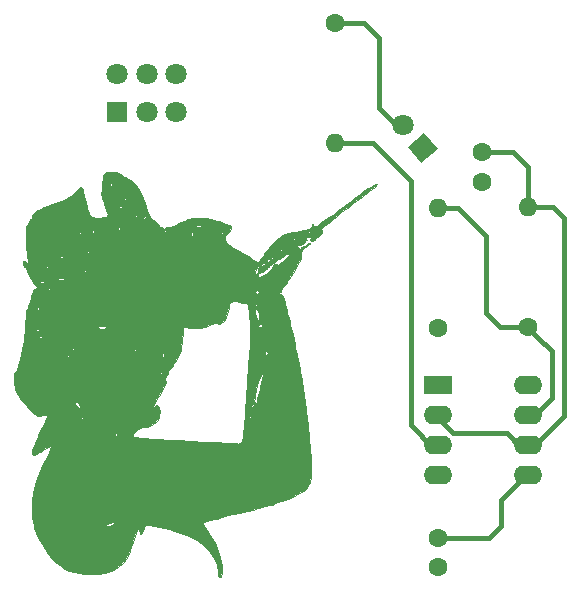
<source format=gbr>
G04 #@! TF.GenerationSoftware,KiCad,Pcbnew,(5.1.5)-3*
G04 #@! TF.CreationDate,2020-04-16T18:29:44-07:00*
G04 #@! TF.ProjectId,E_Grrrl,455f4772-7272-46c2-9e6b-696361645f70,Version A2*
G04 #@! TF.SameCoordinates,Original*
G04 #@! TF.FileFunction,Copper,L1,Top*
G04 #@! TF.FilePolarity,Positive*
%FSLAX46Y46*%
G04 Gerber Fmt 4.6, Leading zero omitted, Abs format (unit mm)*
G04 Created by KiCad (PCBNEW (5.1.5)-3) date 2020-04-16 18:29:44*
%MOMM*%
%LPD*%
G04 APERTURE LIST*
%ADD10C,0.010000*%
%ADD11C,1.600000*%
%ADD12C,0.100000*%
%ADD13C,1.800000*%
%ADD14R,2.400000X1.600000*%
%ADD15O,2.400000X1.600000*%
%ADD16O,1.600000X1.600000*%
%ADD17R,1.800000X1.800000*%
%ADD18C,0.381000*%
G04 APERTURE END LIST*
D10*
G36*
X117723203Y-80299032D02*
G01*
X118056421Y-80395346D01*
X118274384Y-80539766D01*
X118304707Y-80579717D01*
X118431336Y-80677852D01*
X118482252Y-80687333D01*
X118621039Y-80739041D01*
X118785307Y-80854909D01*
X118941077Y-80961233D01*
X119044480Y-80981722D01*
X119044545Y-80981682D01*
X119120213Y-81003371D01*
X119260346Y-81134612D01*
X119476271Y-81387129D01*
X119661040Y-81619811D01*
X119783149Y-81821337D01*
X119929494Y-82127926D01*
X120081715Y-82492063D01*
X120221451Y-82866234D01*
X120330339Y-83202924D01*
X120390018Y-83454620D01*
X120396000Y-83521688D01*
X120467183Y-83775946D01*
X120658714Y-84058058D01*
X120937562Y-84324115D01*
X121071526Y-84419703D01*
X121303138Y-84592201D01*
X121429116Y-84734270D01*
X121441350Y-84796970D01*
X121476056Y-84894513D01*
X121596027Y-84935096D01*
X121771437Y-85029068D01*
X121820055Y-85153500D01*
X121874719Y-85302403D01*
X121935759Y-85344000D01*
X121989069Y-85274103D01*
X121985422Y-85140063D01*
X121985073Y-84990157D01*
X122045618Y-84974185D01*
X122188345Y-84971191D01*
X122392226Y-84910547D01*
X122392233Y-84910544D01*
X122599355Y-84843491D01*
X122662425Y-84836000D01*
X124587000Y-84836000D01*
X124616975Y-84898782D01*
X124751337Y-84920667D01*
X124912827Y-84892294D01*
X124968000Y-84836000D01*
X124897311Y-84766528D01*
X124803664Y-84751333D01*
X124641582Y-84790211D01*
X124587000Y-84836000D01*
X122662425Y-84836000D01*
X122745500Y-84826133D01*
X122842784Y-84785727D01*
X122851334Y-84750724D01*
X122924681Y-84655441D01*
X123104383Y-84555224D01*
X123329930Y-84473951D01*
X123540814Y-84435499D01*
X123632885Y-84442311D01*
X123752220Y-84442480D01*
X123752873Y-84372480D01*
X123790941Y-84280509D01*
X123965155Y-84214318D01*
X124244453Y-84172959D01*
X124597772Y-84155481D01*
X124994047Y-84160937D01*
X125402215Y-84188377D01*
X125791214Y-84236852D01*
X126129979Y-84305413D01*
X126387447Y-84393111D01*
X126492000Y-84456163D01*
X126644331Y-84534317D01*
X126894633Y-84619831D01*
X127063500Y-84664342D01*
X127322384Y-84733543D01*
X127455286Y-84804797D01*
X127503117Y-84908805D01*
X127508000Y-84997937D01*
X127431694Y-85248073D01*
X127254000Y-85471000D01*
X127059068Y-85712446D01*
X127000519Y-85943122D01*
X127084401Y-86173008D01*
X127316761Y-86412081D01*
X127703647Y-86670322D01*
X128114163Y-86890264D01*
X128502890Y-87098716D01*
X128884717Y-87326855D01*
X129200871Y-87538640D01*
X129316386Y-87627495D01*
X129538103Y-87804088D01*
X129707589Y-87925664D01*
X129782052Y-87964002D01*
X129852256Y-87897880D01*
X129855159Y-87894367D01*
X130471334Y-87894367D01*
X130521129Y-87965680D01*
X130637207Y-87924559D01*
X130727032Y-87839620D01*
X130792307Y-87711738D01*
X130781778Y-87658222D01*
X130687524Y-87661684D01*
X130562746Y-87746905D01*
X130478285Y-87860002D01*
X130471334Y-87894367D01*
X129855159Y-87894367D01*
X129995731Y-87724302D01*
X130110239Y-87575007D01*
X130907560Y-87575007D01*
X130956942Y-87629785D01*
X130963220Y-87630000D01*
X131061052Y-87562160D01*
X131097333Y-87495925D01*
X131099629Y-87396670D01*
X131048183Y-87395383D01*
X130946641Y-87472940D01*
X130907560Y-87575007D01*
X130110239Y-87575007D01*
X130187772Y-87473921D01*
X130302000Y-87318905D01*
X130360055Y-87242317D01*
X131318000Y-87242317D01*
X131369794Y-87246713D01*
X131496263Y-87153061D01*
X131513957Y-87136758D01*
X131680231Y-87007262D01*
X131806794Y-86952673D01*
X131807633Y-86952667D01*
X131867874Y-86891325D01*
X131857005Y-86826674D01*
X131801053Y-86767314D01*
X131695130Y-86816884D01*
X131563329Y-86932233D01*
X131407111Y-87097774D01*
X131322793Y-87222353D01*
X131318000Y-87242317D01*
X130360055Y-87242317D01*
X130763730Y-86709779D01*
X131174003Y-86234819D01*
X131448462Y-85979000D01*
X132785556Y-85979000D01*
X132824377Y-86080365D01*
X132862461Y-86085068D01*
X132938371Y-85992237D01*
X132939367Y-85979000D01*
X132874800Y-85878086D01*
X132862461Y-85872931D01*
X132795715Y-85917166D01*
X132785556Y-85979000D01*
X131448462Y-85979000D01*
X131557795Y-85877093D01*
X131940085Y-85619666D01*
X132345851Y-85445606D01*
X132800070Y-85337978D01*
X132993972Y-85316304D01*
X134063941Y-85316304D01*
X134130323Y-85409141D01*
X134199006Y-85428667D01*
X134241385Y-85366442D01*
X134227471Y-85302153D01*
X134147124Y-85216611D01*
X134101747Y-85223336D01*
X134063941Y-85316304D01*
X132993972Y-85316304D01*
X133307667Y-85281240D01*
X133804643Y-85218098D01*
X134142409Y-85109001D01*
X134325256Y-84952052D01*
X134363340Y-84814833D01*
X134407933Y-84689139D01*
X134455664Y-84666666D01*
X134502136Y-84720279D01*
X134484108Y-84765721D01*
X134479960Y-84829809D01*
X134558308Y-84812811D01*
X134691405Y-84816817D01*
X134730946Y-84861923D01*
X134807254Y-84868763D01*
X134969609Y-84760683D01*
X135109416Y-84636129D01*
X135332728Y-84433865D01*
X135533210Y-84271636D01*
X135619966Y-84212796D01*
X135849354Y-84071040D01*
X136141501Y-83875385D01*
X136455633Y-83655027D01*
X136750972Y-83439160D01*
X136986743Y-83256981D01*
X137122169Y-83137683D01*
X137123337Y-83136401D01*
X137259635Y-83013200D01*
X137342456Y-82973333D01*
X137452654Y-82920860D01*
X137571236Y-82825166D01*
X137726590Y-82692461D01*
X137958408Y-82509212D01*
X138128447Y-82380667D01*
X138381080Y-82188310D01*
X138601966Y-82011334D01*
X138700420Y-81926625D01*
X138867216Y-81801046D01*
X139103139Y-81655249D01*
X139364223Y-81512214D01*
X139606500Y-81394925D01*
X139786001Y-81326363D01*
X139855662Y-81322773D01*
X139821586Y-81396476D01*
X139684147Y-81540178D01*
X139476622Y-81723860D01*
X139232286Y-81917499D01*
X139058482Y-82042000D01*
X138911123Y-82148409D01*
X138670595Y-82328556D01*
X138377262Y-82552050D01*
X138215073Y-82677000D01*
X137903011Y-82917423D01*
X137615778Y-83137034D01*
X137396994Y-83302551D01*
X137327299Y-83354333D01*
X136875316Y-83689754D01*
X136467841Y-83999991D01*
X136127533Y-84267215D01*
X135877046Y-84473598D01*
X135739039Y-84601312D01*
X135731467Y-84610072D01*
X135593230Y-84725103D01*
X135511755Y-84751333D01*
X135380645Y-84808965D01*
X135261374Y-84913623D01*
X135164060Y-85073299D01*
X135200742Y-85236744D01*
X135207860Y-85250352D01*
X135246980Y-85368228D01*
X135199814Y-85474466D01*
X135041234Y-85612158D01*
X134963455Y-85669464D01*
X134779783Y-85819279D01*
X134682400Y-85932646D01*
X134679291Y-85967735D01*
X134659411Y-86012796D01*
X134591778Y-86021333D01*
X134470413Y-86068032D01*
X134450667Y-86116367D01*
X134408998Y-86160504D01*
X134322623Y-86105133D01*
X134241874Y-85986847D01*
X134245563Y-85979000D01*
X134281334Y-85979000D01*
X134323667Y-86021333D01*
X134366000Y-85979000D01*
X134323667Y-85936667D01*
X134281334Y-85979000D01*
X134245563Y-85979000D01*
X134290656Y-85883100D01*
X134327261Y-85802642D01*
X134235785Y-85770760D01*
X134125024Y-85767333D01*
X133947134Y-85785176D01*
X133902605Y-85853918D01*
X133917379Y-85908222D01*
X133928473Y-86003781D01*
X133880284Y-85992772D01*
X133820245Y-86003086D01*
X133828697Y-86087754D01*
X133804157Y-86219128D01*
X133641263Y-86344798D01*
X133560986Y-86385607D01*
X133348362Y-86467338D01*
X133197576Y-86490283D01*
X133174852Y-86483406D01*
X133105888Y-86504299D01*
X133096000Y-86557611D01*
X133164664Y-86691211D01*
X133229925Y-86731941D01*
X133421691Y-86780929D01*
X133489410Y-86738826D01*
X133468423Y-86677500D01*
X133449337Y-86616444D01*
X133475036Y-86632665D01*
X133583469Y-86632140D01*
X133753859Y-86547465D01*
X133763776Y-86540714D01*
X134006392Y-86378759D01*
X134140649Y-86307020D01*
X134192780Y-86312956D01*
X134196515Y-86333836D01*
X134130728Y-86414074D01*
X133962353Y-86545242D01*
X133823903Y-86637635D01*
X133605871Y-86785393D01*
X133501910Y-86903766D01*
X133479136Y-87047491D01*
X133493286Y-87187968D01*
X133497402Y-87404618D01*
X133437450Y-87630921D01*
X133296752Y-87922299D01*
X133243518Y-88017974D01*
X132993186Y-88446899D01*
X132758888Y-88824176D01*
X132556654Y-89125962D01*
X132402510Y-89328411D01*
X132312483Y-89407679D01*
X132309193Y-89408000D01*
X132275185Y-89459953D01*
X132286696Y-89484624D01*
X132263163Y-89586461D01*
X132152390Y-89767461D01*
X132037667Y-89916000D01*
X131883172Y-90127528D01*
X131799870Y-90295732D01*
X131797530Y-90361764D01*
X131792039Y-90416958D01*
X131712889Y-90398712D01*
X131597820Y-90400092D01*
X131572000Y-90501916D01*
X131632572Y-90630392D01*
X131716923Y-90647426D01*
X131850770Y-90708915D01*
X131894997Y-90805000D01*
X131978980Y-91009446D01*
X132054702Y-91117165D01*
X132135853Y-91259921D01*
X132133081Y-91337944D01*
X132123029Y-91464759D01*
X132161866Y-91672542D01*
X132170593Y-91703112D01*
X132245496Y-92004071D01*
X132297129Y-92286667D01*
X132345515Y-92491363D01*
X132410775Y-92605941D01*
X132420656Y-92611222D01*
X132473653Y-92705611D01*
X132501899Y-92904603D01*
X132503334Y-92965544D01*
X132528200Y-93252647D01*
X132588711Y-93512426D01*
X132595168Y-93529988D01*
X132660953Y-93743079D01*
X132743555Y-94069806D01*
X132830970Y-94456942D01*
X132911197Y-94851261D01*
X132972232Y-95199536D01*
X132973481Y-95207667D01*
X133020354Y-95442472D01*
X133094421Y-95745209D01*
X133132568Y-95885000D01*
X133282417Y-96491367D01*
X133374028Y-97036814D01*
X133392670Y-97239667D01*
X133422742Y-97468480D01*
X133465619Y-97622993D01*
X133508009Y-97784336D01*
X133545586Y-98033997D01*
X133555281Y-98130993D01*
X133593536Y-98452542D01*
X133651806Y-98816033D01*
X133677040Y-98947730D01*
X133738742Y-99299018D01*
X133794378Y-99696375D01*
X133814750Y-99879064D01*
X133853466Y-100237047D01*
X133904193Y-100657576D01*
X133944512Y-100965000D01*
X134049821Y-101797853D01*
X134132135Y-102586761D01*
X134152983Y-102827667D01*
X134222533Y-103707515D01*
X134274735Y-104436669D01*
X134308799Y-105032957D01*
X134323938Y-105514207D01*
X134319364Y-105898246D01*
X134294289Y-106202903D01*
X134247924Y-106446004D01*
X134179480Y-106645379D01*
X134088171Y-106818854D01*
X133973207Y-106984257D01*
X133968958Y-106989840D01*
X133770443Y-107176046D01*
X133449228Y-107394718D01*
X133043468Y-107625410D01*
X132591318Y-107847677D01*
X132130931Y-108041073D01*
X131783667Y-108160857D01*
X131503829Y-108252985D01*
X131288177Y-108336958D01*
X131195234Y-108386611D01*
X131052911Y-108443203D01*
X130914501Y-108458000D01*
X130691303Y-108490188D01*
X130571323Y-108534466D01*
X130445783Y-108577212D01*
X130184054Y-108649379D01*
X129815222Y-108743531D01*
X129368372Y-108852228D01*
X128904723Y-108960667D01*
X128227724Y-109116450D01*
X127697084Y-109239742D01*
X127293983Y-109335340D01*
X126999601Y-109408037D01*
X126795118Y-109462629D01*
X126661717Y-109503910D01*
X126580576Y-109536675D01*
X126534334Y-109564605D01*
X126425881Y-109620591D01*
X126407334Y-109621826D01*
X126276943Y-109634293D01*
X126050660Y-109684533D01*
X125776683Y-109758370D01*
X125503209Y-109841630D01*
X125278436Y-109920137D01*
X125150562Y-109979714D01*
X125137334Y-109995345D01*
X125181640Y-110093597D01*
X125302139Y-110301278D01*
X125480199Y-110587522D01*
X125687667Y-110907078D01*
X125903069Y-111237620D01*
X126078938Y-111516843D01*
X126196741Y-111714670D01*
X126238000Y-111800225D01*
X126270196Y-111912119D01*
X126348805Y-112103979D01*
X126359747Y-112128204D01*
X126606758Y-112842789D01*
X126733074Y-113610964D01*
X126746000Y-113934367D01*
X126741808Y-114254289D01*
X126722766Y-114440442D01*
X126679177Y-114528312D01*
X126601343Y-114553384D01*
X126576667Y-114554000D01*
X126476926Y-114532665D01*
X126425809Y-114441434D01*
X126407641Y-114239468D01*
X126406059Y-114109500D01*
X126329608Y-113494636D01*
X126099950Y-112925395D01*
X125711107Y-112389713D01*
X125400899Y-112081185D01*
X125050669Y-111781647D01*
X124705709Y-111524466D01*
X124343158Y-111299927D01*
X123940150Y-111098315D01*
X123473824Y-110909918D01*
X122921315Y-110725021D01*
X122259761Y-110533909D01*
X121466297Y-110326868D01*
X120999098Y-110210942D01*
X120595439Y-110140555D01*
X120324987Y-110163371D01*
X120177767Y-110282191D01*
X120142000Y-110451850D01*
X120105150Y-110625834D01*
X120018301Y-110792117D01*
X119917010Y-110897530D01*
X119843975Y-110897530D01*
X119795384Y-110776327D01*
X119773552Y-110622556D01*
X119733597Y-110446683D01*
X119660971Y-110417688D01*
X119583877Y-110545702D01*
X119581332Y-110553500D01*
X119507509Y-110758997D01*
X119462586Y-110871000D01*
X119389234Y-111069189D01*
X119308202Y-111320139D01*
X119303266Y-111336667D01*
X119081887Y-112028375D01*
X118864831Y-112578063D01*
X118636044Y-113011812D01*
X118379472Y-113355704D01*
X118079061Y-113635820D01*
X117750407Y-113859476D01*
X117333478Y-114060986D01*
X116851951Y-114196786D01*
X116278416Y-114271264D01*
X115585459Y-114288810D01*
X115148867Y-114276021D01*
X114622667Y-114242522D01*
X114215222Y-114184995D01*
X113876174Y-114088027D01*
X113555166Y-113936208D01*
X113201839Y-113714126D01*
X113112729Y-113652892D01*
X112580242Y-113207133D01*
X112060871Y-112615225D01*
X111665507Y-112056333D01*
X111197279Y-111225675D01*
X110882831Y-110388534D01*
X110841487Y-110177320D01*
X116931320Y-110177320D01*
X116933524Y-110252782D01*
X117065351Y-110281080D01*
X117199834Y-110265754D01*
X117424227Y-110191697D01*
X117579305Y-110084365D01*
X117579959Y-110083551D01*
X117654088Y-109973722D01*
X117628727Y-109931089D01*
X117480962Y-109948972D01*
X117281768Y-109996622D01*
X117050235Y-110082623D01*
X116931320Y-110177320D01*
X110841487Y-110177320D01*
X110709912Y-109505144D01*
X110666071Y-108812090D01*
X110687982Y-108125133D01*
X110780987Y-107443135D01*
X110953051Y-106738271D01*
X111212141Y-105982718D01*
X111566223Y-105148650D01*
X111933294Y-104386108D01*
X112100615Y-104042243D01*
X112229795Y-103756477D01*
X112307115Y-103560609D01*
X112321012Y-103487456D01*
X112226673Y-103496082D01*
X112044218Y-103567195D01*
X111828703Y-103672860D01*
X111635180Y-103785143D01*
X111518703Y-103876107D01*
X111506000Y-103901007D01*
X111440714Y-103968284D01*
X111417905Y-103970667D01*
X111296568Y-104017319D01*
X111112312Y-104132030D01*
X111078657Y-104156352D01*
X110863242Y-104274369D01*
X110731994Y-104253544D01*
X110685469Y-104102285D01*
X110724221Y-103829000D01*
X110848805Y-103442097D01*
X111006690Y-103065145D01*
X111102697Y-102842705D01*
X111160117Y-102690041D01*
X111167333Y-102659020D01*
X111203032Y-102567209D01*
X111207097Y-102558382D01*
X117694233Y-102558382D01*
X117743111Y-102644222D01*
X117850347Y-102696314D01*
X117884004Y-102627557D01*
X119210983Y-102627557D01*
X119246986Y-102669237D01*
X119361357Y-102709357D01*
X119562888Y-102748587D01*
X119860370Y-102787597D01*
X120262595Y-102827057D01*
X120778354Y-102867638D01*
X121416440Y-102910009D01*
X122185643Y-102954840D01*
X123094756Y-103002803D01*
X124152569Y-103054566D01*
X125367875Y-103110799D01*
X125814667Y-103130884D01*
X126401368Y-103158274D01*
X126930201Y-103185222D01*
X127378255Y-103210377D01*
X127722622Y-103232387D01*
X127940391Y-103249902D01*
X128008945Y-103260331D01*
X128158934Y-103303059D01*
X128326636Y-103227840D01*
X128444874Y-103067094D01*
X128483242Y-102949241D01*
X128517681Y-102799051D01*
X128549854Y-102598955D01*
X128581425Y-102331386D01*
X128614057Y-101978774D01*
X128649413Y-101523551D01*
X128685069Y-101007333D01*
X129074334Y-101007333D01*
X129081046Y-101085352D01*
X129111670Y-101092000D01*
X129197888Y-101030539D01*
X129201334Y-101007333D01*
X129172447Y-100924868D01*
X129163997Y-100922667D01*
X129091711Y-100981995D01*
X129074334Y-101007333D01*
X128685069Y-101007333D01*
X128689158Y-100948149D01*
X128734954Y-100235000D01*
X128737680Y-100190892D01*
X129204026Y-100190892D01*
X129213264Y-100316878D01*
X129260210Y-100298198D01*
X129331026Y-100207984D01*
X129427487Y-100056027D01*
X129455334Y-99977808D01*
X129392629Y-99945163D01*
X129328334Y-99960715D01*
X129226866Y-100074862D01*
X129204026Y-100190892D01*
X128737680Y-100190892D01*
X128769033Y-99683621D01*
X129518481Y-99683621D01*
X129541978Y-99819866D01*
X129552331Y-99829995D01*
X129661200Y-99861193D01*
X129685939Y-99840453D01*
X129711284Y-99740382D01*
X129768101Y-99506559D01*
X129848914Y-99170026D01*
X129946249Y-98761823D01*
X129987062Y-98589950D01*
X130096164Y-98121674D01*
X130166277Y-97793120D01*
X130200302Y-97579945D01*
X130201142Y-97457800D01*
X130171697Y-97402341D01*
X130130115Y-97389754D01*
X130054255Y-97462693D01*
X129961439Y-97667611D01*
X129860060Y-97969060D01*
X129758512Y-98331593D01*
X129665187Y-98719763D01*
X129588478Y-99098122D01*
X129536778Y-99431224D01*
X129518481Y-99683621D01*
X128769033Y-99683621D01*
X128776180Y-99568000D01*
X128812071Y-99014275D01*
X128851964Y-98453910D01*
X128892119Y-97936016D01*
X128928801Y-97509702D01*
X128946950Y-97324333D01*
X129010515Y-96655821D01*
X129073120Y-95878390D01*
X129093123Y-95588667D01*
X130386667Y-95588667D01*
X130439606Y-95726571D01*
X130513667Y-95758000D01*
X130617095Y-95687414D01*
X130640667Y-95588667D01*
X130587727Y-95450762D01*
X130513667Y-95419333D01*
X130410239Y-95489919D01*
X130386667Y-95588667D01*
X129093123Y-95588667D01*
X129130148Y-95052417D01*
X129163711Y-94488000D01*
X129168173Y-94210754D01*
X129159027Y-93840458D01*
X129138833Y-93410923D01*
X129132716Y-93313892D01*
X129857070Y-93313892D01*
X129940900Y-93409713D01*
X130058175Y-93394729D01*
X130130479Y-93285257D01*
X130132667Y-93256537D01*
X130063572Y-93168498D01*
X129975727Y-93155679D01*
X129857888Y-93217915D01*
X129857070Y-93313892D01*
X129132716Y-93313892D01*
X129110149Y-92955960D01*
X129075538Y-92509377D01*
X129037558Y-92104986D01*
X129017402Y-91934332D01*
X129553279Y-91934332D01*
X129553896Y-92041957D01*
X129590688Y-92255212D01*
X129635023Y-92477581D01*
X129704764Y-92758460D01*
X129775952Y-92892115D01*
X129848684Y-92905212D01*
X129925669Y-92812039D01*
X129925402Y-92601726D01*
X129918116Y-92552010D01*
X129861219Y-92219500D01*
X129813472Y-92021237D01*
X129762171Y-91923552D01*
X129694612Y-91892775D01*
X129668929Y-91891555D01*
X129590927Y-91896232D01*
X129553279Y-91934332D01*
X129017402Y-91934332D01*
X128998770Y-91776597D01*
X128971513Y-91615734D01*
X129540000Y-91615734D01*
X129602423Y-91654528D01*
X129667000Y-91639951D01*
X129779003Y-91558306D01*
X129794000Y-91518265D01*
X129731577Y-91479471D01*
X129667000Y-91494049D01*
X129554998Y-91575693D01*
X129540000Y-91615734D01*
X128971513Y-91615734D01*
X128961733Y-91558020D01*
X128936424Y-91486247D01*
X128797978Y-91408882D01*
X128549348Y-91325798D01*
X128248420Y-91251918D01*
X127953082Y-91202161D01*
X127786146Y-91189736D01*
X127540409Y-91242743D01*
X127394658Y-91418227D01*
X127339661Y-91728577D01*
X127338667Y-91790412D01*
X127302837Y-92016671D01*
X127210033Y-92318189D01*
X127111026Y-92560375D01*
X126921894Y-92898113D01*
X126726947Y-93082836D01*
X126503968Y-93130065D01*
X126342422Y-93097270D01*
X126177123Y-93103024D01*
X125916640Y-93174226D01*
X125684674Y-93265248D01*
X125432858Y-93368157D01*
X125209537Y-93430951D01*
X124961108Y-93461437D01*
X124633965Y-93467420D01*
X124337530Y-93461432D01*
X123486334Y-93438285D01*
X123431208Y-94026642D01*
X123394241Y-94401560D01*
X123354295Y-94776923D01*
X123326082Y-95020916D01*
X123258881Y-95331338D01*
X123139525Y-95684124D01*
X122991185Y-96024920D01*
X122837036Y-96299379D01*
X122722285Y-96437033D01*
X122615658Y-96569954D01*
X122595871Y-96636200D01*
X122538229Y-96754956D01*
X122399826Y-96915976D01*
X122384204Y-96931053D01*
X122239354Y-97111217D01*
X122174274Y-97276681D01*
X122174000Y-97284839D01*
X122116807Y-97470931D01*
X122047243Y-97565995D01*
X121965786Y-97726270D01*
X121972235Y-97827604D01*
X121988855Y-98078109D01*
X121895875Y-98418051D01*
X121704869Y-98818584D01*
X121427409Y-99250864D01*
X121369948Y-99328797D01*
X121162842Y-99621056D01*
X121003039Y-99878844D01*
X120914357Y-100062230D01*
X120904000Y-100109875D01*
X120913582Y-100218580D01*
X120971003Y-100206682D01*
X121071745Y-100119770D01*
X121217143Y-100021098D01*
X121334668Y-100049100D01*
X121368079Y-100074682D01*
X121458469Y-100242391D01*
X121493652Y-100510973D01*
X121471256Y-100820420D01*
X121407234Y-101065321D01*
X121225005Y-101372140D01*
X120950751Y-101632361D01*
X120636722Y-101805465D01*
X120390223Y-101854000D01*
X120009329Y-101907249D01*
X119663932Y-102049525D01*
X119412048Y-102254624D01*
X119368829Y-102315343D01*
X119263980Y-102500879D01*
X119212154Y-102619241D01*
X119210983Y-102627557D01*
X117884004Y-102627557D01*
X117901375Y-102592073D01*
X117904381Y-102531333D01*
X117858958Y-102393936D01*
X117795524Y-102362000D01*
X117703438Y-102425437D01*
X117694233Y-102558382D01*
X111207097Y-102558382D01*
X111299873Y-102356959D01*
X111442475Y-102060889D01*
X111591730Y-101759010D01*
X111757804Y-101412984D01*
X111884982Y-101121190D01*
X111912015Y-101047157D01*
X114843553Y-101047157D01*
X114850334Y-101092000D01*
X114922754Y-101172682D01*
X114935000Y-101176667D01*
X115002314Y-101117615D01*
X115019667Y-101092000D01*
X114999561Y-101020271D01*
X114935000Y-101007333D01*
X114843553Y-101047157D01*
X111912015Y-101047157D01*
X111959529Y-100917041D01*
X111970881Y-100836728D01*
X111872411Y-100819516D01*
X111682971Y-100866873D01*
X111619126Y-100891587D01*
X111369369Y-100964128D01*
X111150810Y-100977172D01*
X111122351Y-100971900D01*
X110985177Y-100889543D01*
X110775101Y-100708251D01*
X110527075Y-100459630D01*
X110393542Y-100312909D01*
X110142703Y-100029847D01*
X109919946Y-99781409D01*
X109852546Y-99707564D01*
X114279671Y-99707564D01*
X114284881Y-99788769D01*
X114365168Y-99938749D01*
X114481672Y-100101012D01*
X114595534Y-100219065D01*
X114649592Y-100245333D01*
X114747169Y-100184088D01*
X114771464Y-100151287D01*
X114748414Y-100049831D01*
X114632821Y-99909694D01*
X114477704Y-99778711D01*
X114336081Y-99704721D01*
X114279671Y-99707564D01*
X109852546Y-99707564D01*
X109758638Y-99604678D01*
X109711336Y-99554672D01*
X109463193Y-99193672D01*
X109270054Y-98674210D01*
X109226654Y-98504078D01*
X109180936Y-98236219D01*
X109154712Y-97934618D01*
X109148437Y-97645675D01*
X109162567Y-97415795D01*
X109188290Y-97324333D01*
X121496667Y-97324333D01*
X121563079Y-97436613D01*
X121621010Y-97451333D01*
X121706426Y-97395236D01*
X121696618Y-97324333D01*
X121613512Y-97212295D01*
X121572275Y-97197333D01*
X121505156Y-97266043D01*
X121496667Y-97324333D01*
X109188290Y-97324333D01*
X109197558Y-97291380D01*
X109214654Y-97281339D01*
X109285186Y-97204734D01*
X109380864Y-97002809D01*
X109488471Y-96715173D01*
X109594788Y-96381437D01*
X109641169Y-96209555D01*
X118338797Y-96209555D01*
X118359140Y-96308968D01*
X118406334Y-96322444D01*
X118481099Y-96262880D01*
X118473870Y-96209555D01*
X118420661Y-96107319D01*
X118406334Y-96096667D01*
X118359399Y-96161823D01*
X118338797Y-96209555D01*
X109641169Y-96209555D01*
X109686596Y-96041210D01*
X109723414Y-95864761D01*
X113648076Y-95864761D01*
X113663709Y-95925244D01*
X113755277Y-95969891D01*
X113845207Y-95906668D01*
X113869831Y-95785265D01*
X113865025Y-95768121D01*
X113811717Y-95740382D01*
X121592933Y-95740382D01*
X121649830Y-95756703D01*
X121719976Y-95805116D01*
X121708334Y-95842667D01*
X121709396Y-95920931D01*
X121735795Y-95927333D01*
X121818935Y-95856806D01*
X121859866Y-95758000D01*
X121870850Y-95616958D01*
X121786039Y-95607213D01*
X121666000Y-95673333D01*
X121592933Y-95740382D01*
X113811717Y-95740382D01*
X113781422Y-95724618D01*
X113717653Y-95751247D01*
X113648076Y-95864761D01*
X109723414Y-95864761D01*
X109750678Y-95734103D01*
X109765401Y-95631000D01*
X109795227Y-95450485D01*
X109835327Y-95250000D01*
X114046000Y-95250000D01*
X114110429Y-95332206D01*
X114130667Y-95334667D01*
X119295334Y-95334667D01*
X119359763Y-95416873D01*
X119380000Y-95419333D01*
X119462207Y-95354904D01*
X119464667Y-95334667D01*
X119400238Y-95252460D01*
X119380000Y-95250000D01*
X119297794Y-95314429D01*
X119295334Y-95334667D01*
X114130667Y-95334667D01*
X114212873Y-95270237D01*
X114215334Y-95250000D01*
X114150904Y-95167793D01*
X114130667Y-95165333D01*
X114048460Y-95229762D01*
X114046000Y-95250000D01*
X109835327Y-95250000D01*
X109848627Y-95183510D01*
X109880263Y-95038333D01*
X109966508Y-94624397D01*
X110019929Y-94290461D01*
X111184866Y-94290461D01*
X111273167Y-94342519D01*
X111429455Y-94347359D01*
X111505514Y-94257448D01*
X111506000Y-94247146D01*
X111434902Y-94197108D01*
X111336667Y-94185619D01*
X111191870Y-94218689D01*
X111184866Y-94290461D01*
X110019929Y-94290461D01*
X110026941Y-94246630D01*
X110068130Y-93847691D01*
X110078399Y-93675740D01*
X110998000Y-93675740D01*
X111060260Y-93758980D01*
X111166381Y-93750781D01*
X111282053Y-93685939D01*
X111288384Y-93631707D01*
X111175858Y-93560124D01*
X111049927Y-93583807D01*
X110998000Y-93675740D01*
X110078399Y-93675740D01*
X110092809Y-93434455D01*
X116254853Y-93434455D01*
X116281228Y-93504960D01*
X116443953Y-93549312D01*
X116586000Y-93556667D01*
X116821485Y-93535695D01*
X116918520Y-93466178D01*
X116924667Y-93429667D01*
X116853137Y-93336428D01*
X116675910Y-93301127D01*
X116449029Y-93331560D01*
X116381258Y-93354058D01*
X116254853Y-93434455D01*
X110092809Y-93434455D01*
X110096645Y-93370239D01*
X110110044Y-93032513D01*
X110139819Y-92519711D01*
X110190169Y-92149265D01*
X110265014Y-91895017D01*
X110287682Y-91847179D01*
X110302574Y-91811479D01*
X111106628Y-91811479D01*
X111125000Y-91863333D01*
X111222437Y-91945734D01*
X111289088Y-91875144D01*
X111300381Y-91778667D01*
X111274548Y-91640953D01*
X111238854Y-91609333D01*
X111137057Y-91676396D01*
X111106628Y-91811479D01*
X110302574Y-91811479D01*
X110376769Y-91633620D01*
X110484168Y-91314555D01*
X110590271Y-90949511D01*
X110617034Y-90847333D01*
X110715283Y-90489302D01*
X110734623Y-90436755D01*
X129540000Y-90436755D01*
X129604528Y-90554615D01*
X129709334Y-90570054D01*
X129850736Y-90497656D01*
X129878667Y-90411244D01*
X129814139Y-90293385D01*
X129709334Y-90277946D01*
X129567931Y-90350343D01*
X129540000Y-90436755D01*
X110734623Y-90436755D01*
X110795333Y-90271806D01*
X110869356Y-90168790D01*
X110941586Y-90152545D01*
X111034275Y-90122670D01*
X112014000Y-90122670D01*
X112058205Y-90238512D01*
X112098667Y-90254667D01*
X112180910Y-90193899D01*
X112183334Y-90174997D01*
X112121789Y-90060329D01*
X112098667Y-90043000D01*
X112026184Y-90062194D01*
X112014000Y-90122670D01*
X111034275Y-90122670D01*
X111062230Y-90113660D01*
X111082667Y-90046711D01*
X111036712Y-89943675D01*
X110992554Y-89937167D01*
X110912290Y-89878242D01*
X110808556Y-89704529D01*
X110752814Y-89577333D01*
X111336667Y-89577333D01*
X111409273Y-89640439D01*
X111553330Y-89662000D01*
X111697381Y-89635124D01*
X111717667Y-89577333D01*
X111598247Y-89506208D01*
X111501003Y-89492667D01*
X111366159Y-89529086D01*
X111336667Y-89577333D01*
X110752814Y-89577333D01*
X110634690Y-89323333D01*
X112903000Y-89323333D01*
X112936085Y-89383296D01*
X113100810Y-89407959D01*
X113109670Y-89408000D01*
X113290160Y-89383912D01*
X113368565Y-89325717D01*
X113368667Y-89323333D01*
X113296366Y-89259134D01*
X113161997Y-89238667D01*
X112982724Y-89269884D01*
X112903000Y-89323333D01*
X110634690Y-89323333D01*
X110628200Y-89309379D01*
X110533012Y-89134669D01*
X129825684Y-89134669D01*
X129940651Y-89145221D01*
X130158415Y-89055813D01*
X130465215Y-88870526D01*
X130567137Y-88800661D01*
X130827539Y-88599671D01*
X130989067Y-88436262D01*
X131028641Y-88337311D01*
X131050596Y-88215598D01*
X131161398Y-88101000D01*
X131300393Y-88035622D01*
X131406930Y-88061568D01*
X131413190Y-88070360D01*
X131499972Y-88121344D01*
X131629047Y-88052457D01*
X131826603Y-87890050D01*
X132042342Y-87693687D01*
X132238123Y-87500726D01*
X132375806Y-87348528D01*
X132418667Y-87279012D01*
X132355254Y-87239475D01*
X132213092Y-87259041D01*
X132064295Y-87319909D01*
X131989855Y-87384864D01*
X131879961Y-87439478D01*
X131835466Y-87424183D01*
X131754825Y-87436228D01*
X131741334Y-87498003D01*
X131700467Y-87613895D01*
X131663163Y-87630000D01*
X131552859Y-87680197D01*
X131378851Y-87804378D01*
X131336246Y-87839306D01*
X131165028Y-87960325D01*
X131048573Y-88001031D01*
X131033417Y-87994528D01*
X130983596Y-88005154D01*
X130979334Y-88039222D01*
X130910638Y-88125820D01*
X130847337Y-88138000D01*
X130759702Y-88179046D01*
X130767667Y-88222667D01*
X130747561Y-88294396D01*
X130683000Y-88307333D01*
X130591553Y-88347157D01*
X130598334Y-88392000D01*
X130579140Y-88464483D01*
X130518664Y-88476667D01*
X130364437Y-88532881D01*
X130217334Y-88646000D01*
X130065701Y-88770308D01*
X129963334Y-88815333D01*
X129880862Y-88842740D01*
X129878667Y-88850742D01*
X129852328Y-88950266D01*
X129827275Y-89020075D01*
X129825684Y-89134669D01*
X110533012Y-89134669D01*
X110446357Y-88975623D01*
X110368867Y-88848545D01*
X129547887Y-88848545D01*
X129648557Y-88889313D01*
X129686536Y-88884196D01*
X129807464Y-88783355D01*
X129834702Y-88645154D01*
X129909814Y-88434313D01*
X130026834Y-88350756D01*
X130172617Y-88261879D01*
X130217334Y-88197593D01*
X130270396Y-88165858D01*
X130302000Y-88180333D01*
X130374483Y-88161139D01*
X130386667Y-88100663D01*
X130358766Y-87991182D01*
X130264829Y-87994814D01*
X130089503Y-88117633D01*
X129889131Y-88297478D01*
X129676439Y-88528695D01*
X129559936Y-88720362D01*
X129547887Y-88848545D01*
X110368867Y-88848545D01*
X110250260Y-88654040D01*
X110220721Y-88604153D01*
X115115863Y-88604153D01*
X115119968Y-88712886D01*
X115202982Y-88719105D01*
X115270051Y-88651850D01*
X115262200Y-88542955D01*
X115241586Y-88525336D01*
X115150759Y-88547103D01*
X115115863Y-88604153D01*
X110220721Y-88604153D01*
X110050059Y-88315933D01*
X111862406Y-88315933D01*
X111889643Y-88451848D01*
X111945073Y-88557907D01*
X111978169Y-88505680D01*
X111992254Y-88448873D01*
X112000049Y-88294982D01*
X111979151Y-88244262D01*
X111898493Y-88224082D01*
X111862406Y-88315933D01*
X110050059Y-88315933D01*
X110031138Y-88283980D01*
X109916874Y-88011837D01*
X109910355Y-87847335D01*
X109996500Y-87799333D01*
X110131541Y-87851705D01*
X110250500Y-87939455D01*
X110347409Y-88016103D01*
X110391733Y-88007545D01*
X110384861Y-87891771D01*
X110328182Y-87646773D01*
X110280468Y-87464685D01*
X110279729Y-87460667D01*
X113030000Y-87460667D01*
X113092680Y-87535731D01*
X113243444Y-87521696D01*
X113368667Y-87460667D01*
X113425939Y-87401985D01*
X113336922Y-87379177D01*
X113262834Y-87377296D01*
X113093891Y-87402910D01*
X113030000Y-87460667D01*
X110279729Y-87460667D01*
X110222417Y-87149153D01*
X110217929Y-87104021D01*
X115368289Y-87104021D01*
X115403324Y-87122000D01*
X115476095Y-87053383D01*
X115485334Y-86995000D01*
X115467219Y-86882037D01*
X115452059Y-86868000D01*
X115397465Y-86934205D01*
X115370049Y-86995000D01*
X115368289Y-87104021D01*
X110217929Y-87104021D01*
X110180298Y-86725601D01*
X110159610Y-86255022D01*
X110158406Y-86110018D01*
X110160334Y-85612095D01*
X110161019Y-85577758D01*
X117300055Y-85577758D01*
X117383278Y-85591316D01*
X117493092Y-85575749D01*
X117494403Y-85546847D01*
X117381086Y-85526636D01*
X117332125Y-85540163D01*
X117300055Y-85577758D01*
X110161019Y-85577758D01*
X110163758Y-85440704D01*
X114690103Y-85440704D01*
X114690202Y-85528223D01*
X114767996Y-85556168D01*
X114813980Y-85503658D01*
X114824464Y-85476084D01*
X124145501Y-85476084D01*
X124160670Y-85588559D01*
X124218673Y-85736149D01*
X124259729Y-85733754D01*
X124293778Y-85573296D01*
X124306887Y-85469707D01*
X124311628Y-85406061D01*
X126702073Y-85406061D01*
X126715382Y-85471000D01*
X126775478Y-85582401D01*
X126797392Y-85598000D01*
X126826989Y-85528863D01*
X126830667Y-85471000D01*
X126786358Y-85358307D01*
X126748657Y-85344000D01*
X126702073Y-85406061D01*
X124311628Y-85406061D01*
X124320834Y-85282484D01*
X124292407Y-85236020D01*
X124222781Y-85290933D01*
X124145501Y-85476084D01*
X114824464Y-85476084D01*
X114858259Y-85387205D01*
X114851363Y-85359140D01*
X114764388Y-85356595D01*
X114690103Y-85440704D01*
X110163758Y-85440704D01*
X110166537Y-85301667D01*
X115739334Y-85301667D01*
X115785051Y-85414338D01*
X115824000Y-85428667D01*
X115899115Y-85360090D01*
X115908667Y-85301667D01*
X115862949Y-85188995D01*
X115824000Y-85174667D01*
X115748886Y-85243243D01*
X115739334Y-85301667D01*
X110166537Y-85301667D01*
X110167475Y-85254750D01*
X110177837Y-85094997D01*
X117940667Y-85094997D01*
X117973260Y-85212067D01*
X118025334Y-85217000D01*
X118103238Y-85094498D01*
X118110000Y-85042670D01*
X118062661Y-84933243D01*
X118025334Y-84920667D01*
X117957208Y-84991792D01*
X117940667Y-85094997D01*
X110177837Y-85094997D01*
X110183400Y-85009238D01*
X110211678Y-84846813D01*
X110255881Y-84738727D01*
X110319580Y-84656236D01*
X110341833Y-84633372D01*
X110454631Y-84476167D01*
X117263334Y-84476167D01*
X117335904Y-84523931D01*
X117475000Y-84539667D01*
X117634215Y-84517895D01*
X117686667Y-84476167D01*
X117614096Y-84428402D01*
X117475000Y-84412667D01*
X117315785Y-84434438D01*
X117263334Y-84476167D01*
X110454631Y-84476167D01*
X110457473Y-84472207D01*
X110490000Y-84364286D01*
X110527137Y-84279619D01*
X119972667Y-84279619D01*
X120024440Y-84329042D01*
X120140383Y-84280966D01*
X120228365Y-84198954D01*
X120297299Y-84061745D01*
X120247143Y-84013483D01*
X120118272Y-84086149D01*
X120103699Y-84100206D01*
X119998780Y-84224609D01*
X119972667Y-84279619D01*
X110527137Y-84279619D01*
X110537695Y-84255551D01*
X110574667Y-84243333D01*
X110646335Y-84173405D01*
X110659334Y-84094301D01*
X110710341Y-83940878D01*
X110834032Y-83763274D01*
X110986406Y-83609324D01*
X111123466Y-83526861D01*
X111178090Y-83530315D01*
X111290353Y-83516052D01*
X111363467Y-83448346D01*
X111481025Y-83369573D01*
X111723976Y-83258014D01*
X112055433Y-83129252D01*
X112392607Y-83013577D01*
X112976681Y-82812191D01*
X113433722Y-82620747D01*
X113803105Y-82417849D01*
X114124205Y-82182101D01*
X114412791Y-81915841D01*
X114615688Y-81718719D01*
X114768667Y-81580812D01*
X114834591Y-81534000D01*
X114871406Y-81553462D01*
X114912540Y-81624724D01*
X114963564Y-81767097D01*
X115030049Y-81999893D01*
X115117566Y-82342424D01*
X115231686Y-82814002D01*
X115357546Y-83346832D01*
X115470069Y-83726471D01*
X115616334Y-83977843D01*
X115825875Y-84117890D01*
X116128227Y-84163554D01*
X116552926Y-84131776D01*
X116691834Y-84112201D01*
X116948053Y-84054717D01*
X116993980Y-84019590D01*
X119411887Y-84019590D01*
X119475999Y-84138923D01*
X119542589Y-84158667D01*
X119578666Y-84087812D01*
X119568036Y-83936437D01*
X119528662Y-83792758D01*
X119480630Y-83800889D01*
X119448195Y-83852440D01*
X119411887Y-84019590D01*
X116993980Y-84019590D01*
X117072750Y-83959344D01*
X117076208Y-83795516D01*
X117066023Y-83770611D01*
X117608684Y-83770611D01*
X117624251Y-83880425D01*
X117653153Y-83881736D01*
X117673364Y-83768419D01*
X117659837Y-83719458D01*
X117622242Y-83687388D01*
X117608684Y-83770611D01*
X117066023Y-83770611D01*
X116968707Y-83532670D01*
X116919378Y-83435735D01*
X116831935Y-83227333D01*
X118025334Y-83227333D01*
X118096246Y-83296123D01*
X118194667Y-83312000D01*
X118332247Y-83276544D01*
X118364000Y-83227333D01*
X118293088Y-83158543D01*
X118194667Y-83142667D01*
X118057086Y-83178123D01*
X118025334Y-83227333D01*
X116831935Y-83227333D01*
X116829679Y-83221958D01*
X116739606Y-82940252D01*
X116658698Y-82632595D01*
X116631516Y-82505157D01*
X118484219Y-82505157D01*
X118491000Y-82550000D01*
X118563420Y-82630682D01*
X118575667Y-82634667D01*
X118642981Y-82575615D01*
X118660334Y-82550000D01*
X118640228Y-82478271D01*
X118575667Y-82465333D01*
X118484219Y-82505157D01*
X116631516Y-82505157D01*
X116596494Y-82340963D01*
X116562534Y-82107333D01*
X116566356Y-81973682D01*
X116583408Y-81957333D01*
X116611644Y-81881710D01*
X116615657Y-81688239D01*
X116605175Y-81534437D01*
X116601872Y-81322333D01*
X117263334Y-81322333D01*
X117309051Y-81435005D01*
X117348000Y-81449333D01*
X117423115Y-81380757D01*
X117432667Y-81322333D01*
X117415490Y-81280000D01*
X118321667Y-81280000D01*
X118340861Y-81352483D01*
X118401337Y-81364667D01*
X118517179Y-81320462D01*
X118533334Y-81280000D01*
X118472566Y-81197757D01*
X118453664Y-81195333D01*
X118338996Y-81256877D01*
X118321667Y-81280000D01*
X117415490Y-81280000D01*
X117386949Y-81209661D01*
X117348000Y-81195333D01*
X117272886Y-81263910D01*
X117263334Y-81322333D01*
X116601872Y-81322333D01*
X116600203Y-81215203D01*
X116651977Y-81009885D01*
X116667226Y-80987813D01*
X116726103Y-80839938D01*
X116710303Y-80767635D01*
X116702241Y-80628286D01*
X116759654Y-80467593D01*
X116848841Y-80345757D01*
X116982234Y-80284734D01*
X117213537Y-80264872D01*
X117315990Y-80264000D01*
X117723203Y-80299032D01*
G37*
X117723203Y-80299032D02*
X118056421Y-80395346D01*
X118274384Y-80539766D01*
X118304707Y-80579717D01*
X118431336Y-80677852D01*
X118482252Y-80687333D01*
X118621039Y-80739041D01*
X118785307Y-80854909D01*
X118941077Y-80961233D01*
X119044480Y-80981722D01*
X119044545Y-80981682D01*
X119120213Y-81003371D01*
X119260346Y-81134612D01*
X119476271Y-81387129D01*
X119661040Y-81619811D01*
X119783149Y-81821337D01*
X119929494Y-82127926D01*
X120081715Y-82492063D01*
X120221451Y-82866234D01*
X120330339Y-83202924D01*
X120390018Y-83454620D01*
X120396000Y-83521688D01*
X120467183Y-83775946D01*
X120658714Y-84058058D01*
X120937562Y-84324115D01*
X121071526Y-84419703D01*
X121303138Y-84592201D01*
X121429116Y-84734270D01*
X121441350Y-84796970D01*
X121476056Y-84894513D01*
X121596027Y-84935096D01*
X121771437Y-85029068D01*
X121820055Y-85153500D01*
X121874719Y-85302403D01*
X121935759Y-85344000D01*
X121989069Y-85274103D01*
X121985422Y-85140063D01*
X121985073Y-84990157D01*
X122045618Y-84974185D01*
X122188345Y-84971191D01*
X122392226Y-84910547D01*
X122392233Y-84910544D01*
X122599355Y-84843491D01*
X122662425Y-84836000D01*
X124587000Y-84836000D01*
X124616975Y-84898782D01*
X124751337Y-84920667D01*
X124912827Y-84892294D01*
X124968000Y-84836000D01*
X124897311Y-84766528D01*
X124803664Y-84751333D01*
X124641582Y-84790211D01*
X124587000Y-84836000D01*
X122662425Y-84836000D01*
X122745500Y-84826133D01*
X122842784Y-84785727D01*
X122851334Y-84750724D01*
X122924681Y-84655441D01*
X123104383Y-84555224D01*
X123329930Y-84473951D01*
X123540814Y-84435499D01*
X123632885Y-84442311D01*
X123752220Y-84442480D01*
X123752873Y-84372480D01*
X123790941Y-84280509D01*
X123965155Y-84214318D01*
X124244453Y-84172959D01*
X124597772Y-84155481D01*
X124994047Y-84160937D01*
X125402215Y-84188377D01*
X125791214Y-84236852D01*
X126129979Y-84305413D01*
X126387447Y-84393111D01*
X126492000Y-84456163D01*
X126644331Y-84534317D01*
X126894633Y-84619831D01*
X127063500Y-84664342D01*
X127322384Y-84733543D01*
X127455286Y-84804797D01*
X127503117Y-84908805D01*
X127508000Y-84997937D01*
X127431694Y-85248073D01*
X127254000Y-85471000D01*
X127059068Y-85712446D01*
X127000519Y-85943122D01*
X127084401Y-86173008D01*
X127316761Y-86412081D01*
X127703647Y-86670322D01*
X128114163Y-86890264D01*
X128502890Y-87098716D01*
X128884717Y-87326855D01*
X129200871Y-87538640D01*
X129316386Y-87627495D01*
X129538103Y-87804088D01*
X129707589Y-87925664D01*
X129782052Y-87964002D01*
X129852256Y-87897880D01*
X129855159Y-87894367D01*
X130471334Y-87894367D01*
X130521129Y-87965680D01*
X130637207Y-87924559D01*
X130727032Y-87839620D01*
X130792307Y-87711738D01*
X130781778Y-87658222D01*
X130687524Y-87661684D01*
X130562746Y-87746905D01*
X130478285Y-87860002D01*
X130471334Y-87894367D01*
X129855159Y-87894367D01*
X129995731Y-87724302D01*
X130110239Y-87575007D01*
X130907560Y-87575007D01*
X130956942Y-87629785D01*
X130963220Y-87630000D01*
X131061052Y-87562160D01*
X131097333Y-87495925D01*
X131099629Y-87396670D01*
X131048183Y-87395383D01*
X130946641Y-87472940D01*
X130907560Y-87575007D01*
X130110239Y-87575007D01*
X130187772Y-87473921D01*
X130302000Y-87318905D01*
X130360055Y-87242317D01*
X131318000Y-87242317D01*
X131369794Y-87246713D01*
X131496263Y-87153061D01*
X131513957Y-87136758D01*
X131680231Y-87007262D01*
X131806794Y-86952673D01*
X131807633Y-86952667D01*
X131867874Y-86891325D01*
X131857005Y-86826674D01*
X131801053Y-86767314D01*
X131695130Y-86816884D01*
X131563329Y-86932233D01*
X131407111Y-87097774D01*
X131322793Y-87222353D01*
X131318000Y-87242317D01*
X130360055Y-87242317D01*
X130763730Y-86709779D01*
X131174003Y-86234819D01*
X131448462Y-85979000D01*
X132785556Y-85979000D01*
X132824377Y-86080365D01*
X132862461Y-86085068D01*
X132938371Y-85992237D01*
X132939367Y-85979000D01*
X132874800Y-85878086D01*
X132862461Y-85872931D01*
X132795715Y-85917166D01*
X132785556Y-85979000D01*
X131448462Y-85979000D01*
X131557795Y-85877093D01*
X131940085Y-85619666D01*
X132345851Y-85445606D01*
X132800070Y-85337978D01*
X132993972Y-85316304D01*
X134063941Y-85316304D01*
X134130323Y-85409141D01*
X134199006Y-85428667D01*
X134241385Y-85366442D01*
X134227471Y-85302153D01*
X134147124Y-85216611D01*
X134101747Y-85223336D01*
X134063941Y-85316304D01*
X132993972Y-85316304D01*
X133307667Y-85281240D01*
X133804643Y-85218098D01*
X134142409Y-85109001D01*
X134325256Y-84952052D01*
X134363340Y-84814833D01*
X134407933Y-84689139D01*
X134455664Y-84666666D01*
X134502136Y-84720279D01*
X134484108Y-84765721D01*
X134479960Y-84829809D01*
X134558308Y-84812811D01*
X134691405Y-84816817D01*
X134730946Y-84861923D01*
X134807254Y-84868763D01*
X134969609Y-84760683D01*
X135109416Y-84636129D01*
X135332728Y-84433865D01*
X135533210Y-84271636D01*
X135619966Y-84212796D01*
X135849354Y-84071040D01*
X136141501Y-83875385D01*
X136455633Y-83655027D01*
X136750972Y-83439160D01*
X136986743Y-83256981D01*
X137122169Y-83137683D01*
X137123337Y-83136401D01*
X137259635Y-83013200D01*
X137342456Y-82973333D01*
X137452654Y-82920860D01*
X137571236Y-82825166D01*
X137726590Y-82692461D01*
X137958408Y-82509212D01*
X138128447Y-82380667D01*
X138381080Y-82188310D01*
X138601966Y-82011334D01*
X138700420Y-81926625D01*
X138867216Y-81801046D01*
X139103139Y-81655249D01*
X139364223Y-81512214D01*
X139606500Y-81394925D01*
X139786001Y-81326363D01*
X139855662Y-81322773D01*
X139821586Y-81396476D01*
X139684147Y-81540178D01*
X139476622Y-81723860D01*
X139232286Y-81917499D01*
X139058482Y-82042000D01*
X138911123Y-82148409D01*
X138670595Y-82328556D01*
X138377262Y-82552050D01*
X138215073Y-82677000D01*
X137903011Y-82917423D01*
X137615778Y-83137034D01*
X137396994Y-83302551D01*
X137327299Y-83354333D01*
X136875316Y-83689754D01*
X136467841Y-83999991D01*
X136127533Y-84267215D01*
X135877046Y-84473598D01*
X135739039Y-84601312D01*
X135731467Y-84610072D01*
X135593230Y-84725103D01*
X135511755Y-84751333D01*
X135380645Y-84808965D01*
X135261374Y-84913623D01*
X135164060Y-85073299D01*
X135200742Y-85236744D01*
X135207860Y-85250352D01*
X135246980Y-85368228D01*
X135199814Y-85474466D01*
X135041234Y-85612158D01*
X134963455Y-85669464D01*
X134779783Y-85819279D01*
X134682400Y-85932646D01*
X134679291Y-85967735D01*
X134659411Y-86012796D01*
X134591778Y-86021333D01*
X134470413Y-86068032D01*
X134450667Y-86116367D01*
X134408998Y-86160504D01*
X134322623Y-86105133D01*
X134241874Y-85986847D01*
X134245563Y-85979000D01*
X134281334Y-85979000D01*
X134323667Y-86021333D01*
X134366000Y-85979000D01*
X134323667Y-85936667D01*
X134281334Y-85979000D01*
X134245563Y-85979000D01*
X134290656Y-85883100D01*
X134327261Y-85802642D01*
X134235785Y-85770760D01*
X134125024Y-85767333D01*
X133947134Y-85785176D01*
X133902605Y-85853918D01*
X133917379Y-85908222D01*
X133928473Y-86003781D01*
X133880284Y-85992772D01*
X133820245Y-86003086D01*
X133828697Y-86087754D01*
X133804157Y-86219128D01*
X133641263Y-86344798D01*
X133560986Y-86385607D01*
X133348362Y-86467338D01*
X133197576Y-86490283D01*
X133174852Y-86483406D01*
X133105888Y-86504299D01*
X133096000Y-86557611D01*
X133164664Y-86691211D01*
X133229925Y-86731941D01*
X133421691Y-86780929D01*
X133489410Y-86738826D01*
X133468423Y-86677500D01*
X133449337Y-86616444D01*
X133475036Y-86632665D01*
X133583469Y-86632140D01*
X133753859Y-86547465D01*
X133763776Y-86540714D01*
X134006392Y-86378759D01*
X134140649Y-86307020D01*
X134192780Y-86312956D01*
X134196515Y-86333836D01*
X134130728Y-86414074D01*
X133962353Y-86545242D01*
X133823903Y-86637635D01*
X133605871Y-86785393D01*
X133501910Y-86903766D01*
X133479136Y-87047491D01*
X133493286Y-87187968D01*
X133497402Y-87404618D01*
X133437450Y-87630921D01*
X133296752Y-87922299D01*
X133243518Y-88017974D01*
X132993186Y-88446899D01*
X132758888Y-88824176D01*
X132556654Y-89125962D01*
X132402510Y-89328411D01*
X132312483Y-89407679D01*
X132309193Y-89408000D01*
X132275185Y-89459953D01*
X132286696Y-89484624D01*
X132263163Y-89586461D01*
X132152390Y-89767461D01*
X132037667Y-89916000D01*
X131883172Y-90127528D01*
X131799870Y-90295732D01*
X131797530Y-90361764D01*
X131792039Y-90416958D01*
X131712889Y-90398712D01*
X131597820Y-90400092D01*
X131572000Y-90501916D01*
X131632572Y-90630392D01*
X131716923Y-90647426D01*
X131850770Y-90708915D01*
X131894997Y-90805000D01*
X131978980Y-91009446D01*
X132054702Y-91117165D01*
X132135853Y-91259921D01*
X132133081Y-91337944D01*
X132123029Y-91464759D01*
X132161866Y-91672542D01*
X132170593Y-91703112D01*
X132245496Y-92004071D01*
X132297129Y-92286667D01*
X132345515Y-92491363D01*
X132410775Y-92605941D01*
X132420656Y-92611222D01*
X132473653Y-92705611D01*
X132501899Y-92904603D01*
X132503334Y-92965544D01*
X132528200Y-93252647D01*
X132588711Y-93512426D01*
X132595168Y-93529988D01*
X132660953Y-93743079D01*
X132743555Y-94069806D01*
X132830970Y-94456942D01*
X132911197Y-94851261D01*
X132972232Y-95199536D01*
X132973481Y-95207667D01*
X133020354Y-95442472D01*
X133094421Y-95745209D01*
X133132568Y-95885000D01*
X133282417Y-96491367D01*
X133374028Y-97036814D01*
X133392670Y-97239667D01*
X133422742Y-97468480D01*
X133465619Y-97622993D01*
X133508009Y-97784336D01*
X133545586Y-98033997D01*
X133555281Y-98130993D01*
X133593536Y-98452542D01*
X133651806Y-98816033D01*
X133677040Y-98947730D01*
X133738742Y-99299018D01*
X133794378Y-99696375D01*
X133814750Y-99879064D01*
X133853466Y-100237047D01*
X133904193Y-100657576D01*
X133944512Y-100965000D01*
X134049821Y-101797853D01*
X134132135Y-102586761D01*
X134152983Y-102827667D01*
X134222533Y-103707515D01*
X134274735Y-104436669D01*
X134308799Y-105032957D01*
X134323938Y-105514207D01*
X134319364Y-105898246D01*
X134294289Y-106202903D01*
X134247924Y-106446004D01*
X134179480Y-106645379D01*
X134088171Y-106818854D01*
X133973207Y-106984257D01*
X133968958Y-106989840D01*
X133770443Y-107176046D01*
X133449228Y-107394718D01*
X133043468Y-107625410D01*
X132591318Y-107847677D01*
X132130931Y-108041073D01*
X131783667Y-108160857D01*
X131503829Y-108252985D01*
X131288177Y-108336958D01*
X131195234Y-108386611D01*
X131052911Y-108443203D01*
X130914501Y-108458000D01*
X130691303Y-108490188D01*
X130571323Y-108534466D01*
X130445783Y-108577212D01*
X130184054Y-108649379D01*
X129815222Y-108743531D01*
X129368372Y-108852228D01*
X128904723Y-108960667D01*
X128227724Y-109116450D01*
X127697084Y-109239742D01*
X127293983Y-109335340D01*
X126999601Y-109408037D01*
X126795118Y-109462629D01*
X126661717Y-109503910D01*
X126580576Y-109536675D01*
X126534334Y-109564605D01*
X126425881Y-109620591D01*
X126407334Y-109621826D01*
X126276943Y-109634293D01*
X126050660Y-109684533D01*
X125776683Y-109758370D01*
X125503209Y-109841630D01*
X125278436Y-109920137D01*
X125150562Y-109979714D01*
X125137334Y-109995345D01*
X125181640Y-110093597D01*
X125302139Y-110301278D01*
X125480199Y-110587522D01*
X125687667Y-110907078D01*
X125903069Y-111237620D01*
X126078938Y-111516843D01*
X126196741Y-111714670D01*
X126238000Y-111800225D01*
X126270196Y-111912119D01*
X126348805Y-112103979D01*
X126359747Y-112128204D01*
X126606758Y-112842789D01*
X126733074Y-113610964D01*
X126746000Y-113934367D01*
X126741808Y-114254289D01*
X126722766Y-114440442D01*
X126679177Y-114528312D01*
X126601343Y-114553384D01*
X126576667Y-114554000D01*
X126476926Y-114532665D01*
X126425809Y-114441434D01*
X126407641Y-114239468D01*
X126406059Y-114109500D01*
X126329608Y-113494636D01*
X126099950Y-112925395D01*
X125711107Y-112389713D01*
X125400899Y-112081185D01*
X125050669Y-111781647D01*
X124705709Y-111524466D01*
X124343158Y-111299927D01*
X123940150Y-111098315D01*
X123473824Y-110909918D01*
X122921315Y-110725021D01*
X122259761Y-110533909D01*
X121466297Y-110326868D01*
X120999098Y-110210942D01*
X120595439Y-110140555D01*
X120324987Y-110163371D01*
X120177767Y-110282191D01*
X120142000Y-110451850D01*
X120105150Y-110625834D01*
X120018301Y-110792117D01*
X119917010Y-110897530D01*
X119843975Y-110897530D01*
X119795384Y-110776327D01*
X119773552Y-110622556D01*
X119733597Y-110446683D01*
X119660971Y-110417688D01*
X119583877Y-110545702D01*
X119581332Y-110553500D01*
X119507509Y-110758997D01*
X119462586Y-110871000D01*
X119389234Y-111069189D01*
X119308202Y-111320139D01*
X119303266Y-111336667D01*
X119081887Y-112028375D01*
X118864831Y-112578063D01*
X118636044Y-113011812D01*
X118379472Y-113355704D01*
X118079061Y-113635820D01*
X117750407Y-113859476D01*
X117333478Y-114060986D01*
X116851951Y-114196786D01*
X116278416Y-114271264D01*
X115585459Y-114288810D01*
X115148867Y-114276021D01*
X114622667Y-114242522D01*
X114215222Y-114184995D01*
X113876174Y-114088027D01*
X113555166Y-113936208D01*
X113201839Y-113714126D01*
X113112729Y-113652892D01*
X112580242Y-113207133D01*
X112060871Y-112615225D01*
X111665507Y-112056333D01*
X111197279Y-111225675D01*
X110882831Y-110388534D01*
X110841487Y-110177320D01*
X116931320Y-110177320D01*
X116933524Y-110252782D01*
X117065351Y-110281080D01*
X117199834Y-110265754D01*
X117424227Y-110191697D01*
X117579305Y-110084365D01*
X117579959Y-110083551D01*
X117654088Y-109973722D01*
X117628727Y-109931089D01*
X117480962Y-109948972D01*
X117281768Y-109996622D01*
X117050235Y-110082623D01*
X116931320Y-110177320D01*
X110841487Y-110177320D01*
X110709912Y-109505144D01*
X110666071Y-108812090D01*
X110687982Y-108125133D01*
X110780987Y-107443135D01*
X110953051Y-106738271D01*
X111212141Y-105982718D01*
X111566223Y-105148650D01*
X111933294Y-104386108D01*
X112100615Y-104042243D01*
X112229795Y-103756477D01*
X112307115Y-103560609D01*
X112321012Y-103487456D01*
X112226673Y-103496082D01*
X112044218Y-103567195D01*
X111828703Y-103672860D01*
X111635180Y-103785143D01*
X111518703Y-103876107D01*
X111506000Y-103901007D01*
X111440714Y-103968284D01*
X111417905Y-103970667D01*
X111296568Y-104017319D01*
X111112312Y-104132030D01*
X111078657Y-104156352D01*
X110863242Y-104274369D01*
X110731994Y-104253544D01*
X110685469Y-104102285D01*
X110724221Y-103829000D01*
X110848805Y-103442097D01*
X111006690Y-103065145D01*
X111102697Y-102842705D01*
X111160117Y-102690041D01*
X111167333Y-102659020D01*
X111203032Y-102567209D01*
X111207097Y-102558382D01*
X117694233Y-102558382D01*
X117743111Y-102644222D01*
X117850347Y-102696314D01*
X117884004Y-102627557D01*
X119210983Y-102627557D01*
X119246986Y-102669237D01*
X119361357Y-102709357D01*
X119562888Y-102748587D01*
X119860370Y-102787597D01*
X120262595Y-102827057D01*
X120778354Y-102867638D01*
X121416440Y-102910009D01*
X122185643Y-102954840D01*
X123094756Y-103002803D01*
X124152569Y-103054566D01*
X125367875Y-103110799D01*
X125814667Y-103130884D01*
X126401368Y-103158274D01*
X126930201Y-103185222D01*
X127378255Y-103210377D01*
X127722622Y-103232387D01*
X127940391Y-103249902D01*
X128008945Y-103260331D01*
X128158934Y-103303059D01*
X128326636Y-103227840D01*
X128444874Y-103067094D01*
X128483242Y-102949241D01*
X128517681Y-102799051D01*
X128549854Y-102598955D01*
X128581425Y-102331386D01*
X128614057Y-101978774D01*
X128649413Y-101523551D01*
X128685069Y-101007333D01*
X129074334Y-101007333D01*
X129081046Y-101085352D01*
X129111670Y-101092000D01*
X129197888Y-101030539D01*
X129201334Y-101007333D01*
X129172447Y-100924868D01*
X129163997Y-100922667D01*
X129091711Y-100981995D01*
X129074334Y-101007333D01*
X128685069Y-101007333D01*
X128689158Y-100948149D01*
X128734954Y-100235000D01*
X128737680Y-100190892D01*
X129204026Y-100190892D01*
X129213264Y-100316878D01*
X129260210Y-100298198D01*
X129331026Y-100207984D01*
X129427487Y-100056027D01*
X129455334Y-99977808D01*
X129392629Y-99945163D01*
X129328334Y-99960715D01*
X129226866Y-100074862D01*
X129204026Y-100190892D01*
X128737680Y-100190892D01*
X128769033Y-99683621D01*
X129518481Y-99683621D01*
X129541978Y-99819866D01*
X129552331Y-99829995D01*
X129661200Y-99861193D01*
X129685939Y-99840453D01*
X129711284Y-99740382D01*
X129768101Y-99506559D01*
X129848914Y-99170026D01*
X129946249Y-98761823D01*
X129987062Y-98589950D01*
X130096164Y-98121674D01*
X130166277Y-97793120D01*
X130200302Y-97579945D01*
X130201142Y-97457800D01*
X130171697Y-97402341D01*
X130130115Y-97389754D01*
X130054255Y-97462693D01*
X129961439Y-97667611D01*
X129860060Y-97969060D01*
X129758512Y-98331593D01*
X129665187Y-98719763D01*
X129588478Y-99098122D01*
X129536778Y-99431224D01*
X129518481Y-99683621D01*
X128769033Y-99683621D01*
X128776180Y-99568000D01*
X128812071Y-99014275D01*
X128851964Y-98453910D01*
X128892119Y-97936016D01*
X128928801Y-97509702D01*
X128946950Y-97324333D01*
X129010515Y-96655821D01*
X129073120Y-95878390D01*
X129093123Y-95588667D01*
X130386667Y-95588667D01*
X130439606Y-95726571D01*
X130513667Y-95758000D01*
X130617095Y-95687414D01*
X130640667Y-95588667D01*
X130587727Y-95450762D01*
X130513667Y-95419333D01*
X130410239Y-95489919D01*
X130386667Y-95588667D01*
X129093123Y-95588667D01*
X129130148Y-95052417D01*
X129163711Y-94488000D01*
X129168173Y-94210754D01*
X129159027Y-93840458D01*
X129138833Y-93410923D01*
X129132716Y-93313892D01*
X129857070Y-93313892D01*
X129940900Y-93409713D01*
X130058175Y-93394729D01*
X130130479Y-93285257D01*
X130132667Y-93256537D01*
X130063572Y-93168498D01*
X129975727Y-93155679D01*
X129857888Y-93217915D01*
X129857070Y-93313892D01*
X129132716Y-93313892D01*
X129110149Y-92955960D01*
X129075538Y-92509377D01*
X129037558Y-92104986D01*
X129017402Y-91934332D01*
X129553279Y-91934332D01*
X129553896Y-92041957D01*
X129590688Y-92255212D01*
X129635023Y-92477581D01*
X129704764Y-92758460D01*
X129775952Y-92892115D01*
X129848684Y-92905212D01*
X129925669Y-92812039D01*
X129925402Y-92601726D01*
X129918116Y-92552010D01*
X129861219Y-92219500D01*
X129813472Y-92021237D01*
X129762171Y-91923552D01*
X129694612Y-91892775D01*
X129668929Y-91891555D01*
X129590927Y-91896232D01*
X129553279Y-91934332D01*
X129017402Y-91934332D01*
X128998770Y-91776597D01*
X128971513Y-91615734D01*
X129540000Y-91615734D01*
X129602423Y-91654528D01*
X129667000Y-91639951D01*
X129779003Y-91558306D01*
X129794000Y-91518265D01*
X129731577Y-91479471D01*
X129667000Y-91494049D01*
X129554998Y-91575693D01*
X129540000Y-91615734D01*
X128971513Y-91615734D01*
X128961733Y-91558020D01*
X128936424Y-91486247D01*
X128797978Y-91408882D01*
X128549348Y-91325798D01*
X128248420Y-91251918D01*
X127953082Y-91202161D01*
X127786146Y-91189736D01*
X127540409Y-91242743D01*
X127394658Y-91418227D01*
X127339661Y-91728577D01*
X127338667Y-91790412D01*
X127302837Y-92016671D01*
X127210033Y-92318189D01*
X127111026Y-92560375D01*
X126921894Y-92898113D01*
X126726947Y-93082836D01*
X126503968Y-93130065D01*
X126342422Y-93097270D01*
X126177123Y-93103024D01*
X125916640Y-93174226D01*
X125684674Y-93265248D01*
X125432858Y-93368157D01*
X125209537Y-93430951D01*
X124961108Y-93461437D01*
X124633965Y-93467420D01*
X124337530Y-93461432D01*
X123486334Y-93438285D01*
X123431208Y-94026642D01*
X123394241Y-94401560D01*
X123354295Y-94776923D01*
X123326082Y-95020916D01*
X123258881Y-95331338D01*
X123139525Y-95684124D01*
X122991185Y-96024920D01*
X122837036Y-96299379D01*
X122722285Y-96437033D01*
X122615658Y-96569954D01*
X122595871Y-96636200D01*
X122538229Y-96754956D01*
X122399826Y-96915976D01*
X122384204Y-96931053D01*
X122239354Y-97111217D01*
X122174274Y-97276681D01*
X122174000Y-97284839D01*
X122116807Y-97470931D01*
X122047243Y-97565995D01*
X121965786Y-97726270D01*
X121972235Y-97827604D01*
X121988855Y-98078109D01*
X121895875Y-98418051D01*
X121704869Y-98818584D01*
X121427409Y-99250864D01*
X121369948Y-99328797D01*
X121162842Y-99621056D01*
X121003039Y-99878844D01*
X120914357Y-100062230D01*
X120904000Y-100109875D01*
X120913582Y-100218580D01*
X120971003Y-100206682D01*
X121071745Y-100119770D01*
X121217143Y-100021098D01*
X121334668Y-100049100D01*
X121368079Y-100074682D01*
X121458469Y-100242391D01*
X121493652Y-100510973D01*
X121471256Y-100820420D01*
X121407234Y-101065321D01*
X121225005Y-101372140D01*
X120950751Y-101632361D01*
X120636722Y-101805465D01*
X120390223Y-101854000D01*
X120009329Y-101907249D01*
X119663932Y-102049525D01*
X119412048Y-102254624D01*
X119368829Y-102315343D01*
X119263980Y-102500879D01*
X119212154Y-102619241D01*
X119210983Y-102627557D01*
X117884004Y-102627557D01*
X117901375Y-102592073D01*
X117904381Y-102531333D01*
X117858958Y-102393936D01*
X117795524Y-102362000D01*
X117703438Y-102425437D01*
X117694233Y-102558382D01*
X111207097Y-102558382D01*
X111299873Y-102356959D01*
X111442475Y-102060889D01*
X111591730Y-101759010D01*
X111757804Y-101412984D01*
X111884982Y-101121190D01*
X111912015Y-101047157D01*
X114843553Y-101047157D01*
X114850334Y-101092000D01*
X114922754Y-101172682D01*
X114935000Y-101176667D01*
X115002314Y-101117615D01*
X115019667Y-101092000D01*
X114999561Y-101020271D01*
X114935000Y-101007333D01*
X114843553Y-101047157D01*
X111912015Y-101047157D01*
X111959529Y-100917041D01*
X111970881Y-100836728D01*
X111872411Y-100819516D01*
X111682971Y-100866873D01*
X111619126Y-100891587D01*
X111369369Y-100964128D01*
X111150810Y-100977172D01*
X111122351Y-100971900D01*
X110985177Y-100889543D01*
X110775101Y-100708251D01*
X110527075Y-100459630D01*
X110393542Y-100312909D01*
X110142703Y-100029847D01*
X109919946Y-99781409D01*
X109852546Y-99707564D01*
X114279671Y-99707564D01*
X114284881Y-99788769D01*
X114365168Y-99938749D01*
X114481672Y-100101012D01*
X114595534Y-100219065D01*
X114649592Y-100245333D01*
X114747169Y-100184088D01*
X114771464Y-100151287D01*
X114748414Y-100049831D01*
X114632821Y-99909694D01*
X114477704Y-99778711D01*
X114336081Y-99704721D01*
X114279671Y-99707564D01*
X109852546Y-99707564D01*
X109758638Y-99604678D01*
X109711336Y-99554672D01*
X109463193Y-99193672D01*
X109270054Y-98674210D01*
X109226654Y-98504078D01*
X109180936Y-98236219D01*
X109154712Y-97934618D01*
X109148437Y-97645675D01*
X109162567Y-97415795D01*
X109188290Y-97324333D01*
X121496667Y-97324333D01*
X121563079Y-97436613D01*
X121621010Y-97451333D01*
X121706426Y-97395236D01*
X121696618Y-97324333D01*
X121613512Y-97212295D01*
X121572275Y-97197333D01*
X121505156Y-97266043D01*
X121496667Y-97324333D01*
X109188290Y-97324333D01*
X109197558Y-97291380D01*
X109214654Y-97281339D01*
X109285186Y-97204734D01*
X109380864Y-97002809D01*
X109488471Y-96715173D01*
X109594788Y-96381437D01*
X109641169Y-96209555D01*
X118338797Y-96209555D01*
X118359140Y-96308968D01*
X118406334Y-96322444D01*
X118481099Y-96262880D01*
X118473870Y-96209555D01*
X118420661Y-96107319D01*
X118406334Y-96096667D01*
X118359399Y-96161823D01*
X118338797Y-96209555D01*
X109641169Y-96209555D01*
X109686596Y-96041210D01*
X109723414Y-95864761D01*
X113648076Y-95864761D01*
X113663709Y-95925244D01*
X113755277Y-95969891D01*
X113845207Y-95906668D01*
X113869831Y-95785265D01*
X113865025Y-95768121D01*
X113811717Y-95740382D01*
X121592933Y-95740382D01*
X121649830Y-95756703D01*
X121719976Y-95805116D01*
X121708334Y-95842667D01*
X121709396Y-95920931D01*
X121735795Y-95927333D01*
X121818935Y-95856806D01*
X121859866Y-95758000D01*
X121870850Y-95616958D01*
X121786039Y-95607213D01*
X121666000Y-95673333D01*
X121592933Y-95740382D01*
X113811717Y-95740382D01*
X113781422Y-95724618D01*
X113717653Y-95751247D01*
X113648076Y-95864761D01*
X109723414Y-95864761D01*
X109750678Y-95734103D01*
X109765401Y-95631000D01*
X109795227Y-95450485D01*
X109835327Y-95250000D01*
X114046000Y-95250000D01*
X114110429Y-95332206D01*
X114130667Y-95334667D01*
X119295334Y-95334667D01*
X119359763Y-95416873D01*
X119380000Y-95419333D01*
X119462207Y-95354904D01*
X119464667Y-95334667D01*
X119400238Y-95252460D01*
X119380000Y-95250000D01*
X119297794Y-95314429D01*
X119295334Y-95334667D01*
X114130667Y-95334667D01*
X114212873Y-95270237D01*
X114215334Y-95250000D01*
X114150904Y-95167793D01*
X114130667Y-95165333D01*
X114048460Y-95229762D01*
X114046000Y-95250000D01*
X109835327Y-95250000D01*
X109848627Y-95183510D01*
X109880263Y-95038333D01*
X109966508Y-94624397D01*
X110019929Y-94290461D01*
X111184866Y-94290461D01*
X111273167Y-94342519D01*
X111429455Y-94347359D01*
X111505514Y-94257448D01*
X111506000Y-94247146D01*
X111434902Y-94197108D01*
X111336667Y-94185619D01*
X111191870Y-94218689D01*
X111184866Y-94290461D01*
X110019929Y-94290461D01*
X110026941Y-94246630D01*
X110068130Y-93847691D01*
X110078399Y-93675740D01*
X110998000Y-93675740D01*
X111060260Y-93758980D01*
X111166381Y-93750781D01*
X111282053Y-93685939D01*
X111288384Y-93631707D01*
X111175858Y-93560124D01*
X111049927Y-93583807D01*
X110998000Y-93675740D01*
X110078399Y-93675740D01*
X110092809Y-93434455D01*
X116254853Y-93434455D01*
X116281228Y-93504960D01*
X116443953Y-93549312D01*
X116586000Y-93556667D01*
X116821485Y-93535695D01*
X116918520Y-93466178D01*
X116924667Y-93429667D01*
X116853137Y-93336428D01*
X116675910Y-93301127D01*
X116449029Y-93331560D01*
X116381258Y-93354058D01*
X116254853Y-93434455D01*
X110092809Y-93434455D01*
X110096645Y-93370239D01*
X110110044Y-93032513D01*
X110139819Y-92519711D01*
X110190169Y-92149265D01*
X110265014Y-91895017D01*
X110287682Y-91847179D01*
X110302574Y-91811479D01*
X111106628Y-91811479D01*
X111125000Y-91863333D01*
X111222437Y-91945734D01*
X111289088Y-91875144D01*
X111300381Y-91778667D01*
X111274548Y-91640953D01*
X111238854Y-91609333D01*
X111137057Y-91676396D01*
X111106628Y-91811479D01*
X110302574Y-91811479D01*
X110376769Y-91633620D01*
X110484168Y-91314555D01*
X110590271Y-90949511D01*
X110617034Y-90847333D01*
X110715283Y-90489302D01*
X110734623Y-90436755D01*
X129540000Y-90436755D01*
X129604528Y-90554615D01*
X129709334Y-90570054D01*
X129850736Y-90497656D01*
X129878667Y-90411244D01*
X129814139Y-90293385D01*
X129709334Y-90277946D01*
X129567931Y-90350343D01*
X129540000Y-90436755D01*
X110734623Y-90436755D01*
X110795333Y-90271806D01*
X110869356Y-90168790D01*
X110941586Y-90152545D01*
X111034275Y-90122670D01*
X112014000Y-90122670D01*
X112058205Y-90238512D01*
X112098667Y-90254667D01*
X112180910Y-90193899D01*
X112183334Y-90174997D01*
X112121789Y-90060329D01*
X112098667Y-90043000D01*
X112026184Y-90062194D01*
X112014000Y-90122670D01*
X111034275Y-90122670D01*
X111062230Y-90113660D01*
X111082667Y-90046711D01*
X111036712Y-89943675D01*
X110992554Y-89937167D01*
X110912290Y-89878242D01*
X110808556Y-89704529D01*
X110752814Y-89577333D01*
X111336667Y-89577333D01*
X111409273Y-89640439D01*
X111553330Y-89662000D01*
X111697381Y-89635124D01*
X111717667Y-89577333D01*
X111598247Y-89506208D01*
X111501003Y-89492667D01*
X111366159Y-89529086D01*
X111336667Y-89577333D01*
X110752814Y-89577333D01*
X110634690Y-89323333D01*
X112903000Y-89323333D01*
X112936085Y-89383296D01*
X113100810Y-89407959D01*
X113109670Y-89408000D01*
X113290160Y-89383912D01*
X113368565Y-89325717D01*
X113368667Y-89323333D01*
X113296366Y-89259134D01*
X113161997Y-89238667D01*
X112982724Y-89269884D01*
X112903000Y-89323333D01*
X110634690Y-89323333D01*
X110628200Y-89309379D01*
X110533012Y-89134669D01*
X129825684Y-89134669D01*
X129940651Y-89145221D01*
X130158415Y-89055813D01*
X130465215Y-88870526D01*
X130567137Y-88800661D01*
X130827539Y-88599671D01*
X130989067Y-88436262D01*
X131028641Y-88337311D01*
X131050596Y-88215598D01*
X131161398Y-88101000D01*
X131300393Y-88035622D01*
X131406930Y-88061568D01*
X131413190Y-88070360D01*
X131499972Y-88121344D01*
X131629047Y-88052457D01*
X131826603Y-87890050D01*
X132042342Y-87693687D01*
X132238123Y-87500726D01*
X132375806Y-87348528D01*
X132418667Y-87279012D01*
X132355254Y-87239475D01*
X132213092Y-87259041D01*
X132064295Y-87319909D01*
X131989855Y-87384864D01*
X131879961Y-87439478D01*
X131835466Y-87424183D01*
X131754825Y-87436228D01*
X131741334Y-87498003D01*
X131700467Y-87613895D01*
X131663163Y-87630000D01*
X131552859Y-87680197D01*
X131378851Y-87804378D01*
X131336246Y-87839306D01*
X131165028Y-87960325D01*
X131048573Y-88001031D01*
X131033417Y-87994528D01*
X130983596Y-88005154D01*
X130979334Y-88039222D01*
X130910638Y-88125820D01*
X130847337Y-88138000D01*
X130759702Y-88179046D01*
X130767667Y-88222667D01*
X130747561Y-88294396D01*
X130683000Y-88307333D01*
X130591553Y-88347157D01*
X130598334Y-88392000D01*
X130579140Y-88464483D01*
X130518664Y-88476667D01*
X130364437Y-88532881D01*
X130217334Y-88646000D01*
X130065701Y-88770308D01*
X129963334Y-88815333D01*
X129880862Y-88842740D01*
X129878667Y-88850742D01*
X129852328Y-88950266D01*
X129827275Y-89020075D01*
X129825684Y-89134669D01*
X110533012Y-89134669D01*
X110446357Y-88975623D01*
X110368867Y-88848545D01*
X129547887Y-88848545D01*
X129648557Y-88889313D01*
X129686536Y-88884196D01*
X129807464Y-88783355D01*
X129834702Y-88645154D01*
X129909814Y-88434313D01*
X130026834Y-88350756D01*
X130172617Y-88261879D01*
X130217334Y-88197593D01*
X130270396Y-88165858D01*
X130302000Y-88180333D01*
X130374483Y-88161139D01*
X130386667Y-88100663D01*
X130358766Y-87991182D01*
X130264829Y-87994814D01*
X130089503Y-88117633D01*
X129889131Y-88297478D01*
X129676439Y-88528695D01*
X129559936Y-88720362D01*
X129547887Y-88848545D01*
X110368867Y-88848545D01*
X110250260Y-88654040D01*
X110220721Y-88604153D01*
X115115863Y-88604153D01*
X115119968Y-88712886D01*
X115202982Y-88719105D01*
X115270051Y-88651850D01*
X115262200Y-88542955D01*
X115241586Y-88525336D01*
X115150759Y-88547103D01*
X115115863Y-88604153D01*
X110220721Y-88604153D01*
X110050059Y-88315933D01*
X111862406Y-88315933D01*
X111889643Y-88451848D01*
X111945073Y-88557907D01*
X111978169Y-88505680D01*
X111992254Y-88448873D01*
X112000049Y-88294982D01*
X111979151Y-88244262D01*
X111898493Y-88224082D01*
X111862406Y-88315933D01*
X110050059Y-88315933D01*
X110031138Y-88283980D01*
X109916874Y-88011837D01*
X109910355Y-87847335D01*
X109996500Y-87799333D01*
X110131541Y-87851705D01*
X110250500Y-87939455D01*
X110347409Y-88016103D01*
X110391733Y-88007545D01*
X110384861Y-87891771D01*
X110328182Y-87646773D01*
X110280468Y-87464685D01*
X110279729Y-87460667D01*
X113030000Y-87460667D01*
X113092680Y-87535731D01*
X113243444Y-87521696D01*
X113368667Y-87460667D01*
X113425939Y-87401985D01*
X113336922Y-87379177D01*
X113262834Y-87377296D01*
X113093891Y-87402910D01*
X113030000Y-87460667D01*
X110279729Y-87460667D01*
X110222417Y-87149153D01*
X110217929Y-87104021D01*
X115368289Y-87104021D01*
X115403324Y-87122000D01*
X115476095Y-87053383D01*
X115485334Y-86995000D01*
X115467219Y-86882037D01*
X115452059Y-86868000D01*
X115397465Y-86934205D01*
X115370049Y-86995000D01*
X115368289Y-87104021D01*
X110217929Y-87104021D01*
X110180298Y-86725601D01*
X110159610Y-86255022D01*
X110158406Y-86110018D01*
X110160334Y-85612095D01*
X110161019Y-85577758D01*
X117300055Y-85577758D01*
X117383278Y-85591316D01*
X117493092Y-85575749D01*
X117494403Y-85546847D01*
X117381086Y-85526636D01*
X117332125Y-85540163D01*
X117300055Y-85577758D01*
X110161019Y-85577758D01*
X110163758Y-85440704D01*
X114690103Y-85440704D01*
X114690202Y-85528223D01*
X114767996Y-85556168D01*
X114813980Y-85503658D01*
X114824464Y-85476084D01*
X124145501Y-85476084D01*
X124160670Y-85588559D01*
X124218673Y-85736149D01*
X124259729Y-85733754D01*
X124293778Y-85573296D01*
X124306887Y-85469707D01*
X124311628Y-85406061D01*
X126702073Y-85406061D01*
X126715382Y-85471000D01*
X126775478Y-85582401D01*
X126797392Y-85598000D01*
X126826989Y-85528863D01*
X126830667Y-85471000D01*
X126786358Y-85358307D01*
X126748657Y-85344000D01*
X126702073Y-85406061D01*
X124311628Y-85406061D01*
X124320834Y-85282484D01*
X124292407Y-85236020D01*
X124222781Y-85290933D01*
X124145501Y-85476084D01*
X114824464Y-85476084D01*
X114858259Y-85387205D01*
X114851363Y-85359140D01*
X114764388Y-85356595D01*
X114690103Y-85440704D01*
X110163758Y-85440704D01*
X110166537Y-85301667D01*
X115739334Y-85301667D01*
X115785051Y-85414338D01*
X115824000Y-85428667D01*
X115899115Y-85360090D01*
X115908667Y-85301667D01*
X115862949Y-85188995D01*
X115824000Y-85174667D01*
X115748886Y-85243243D01*
X115739334Y-85301667D01*
X110166537Y-85301667D01*
X110167475Y-85254750D01*
X110177837Y-85094997D01*
X117940667Y-85094997D01*
X117973260Y-85212067D01*
X118025334Y-85217000D01*
X118103238Y-85094498D01*
X118110000Y-85042670D01*
X118062661Y-84933243D01*
X118025334Y-84920667D01*
X117957208Y-84991792D01*
X117940667Y-85094997D01*
X110177837Y-85094997D01*
X110183400Y-85009238D01*
X110211678Y-84846813D01*
X110255881Y-84738727D01*
X110319580Y-84656236D01*
X110341833Y-84633372D01*
X110454631Y-84476167D01*
X117263334Y-84476167D01*
X117335904Y-84523931D01*
X117475000Y-84539667D01*
X117634215Y-84517895D01*
X117686667Y-84476167D01*
X117614096Y-84428402D01*
X117475000Y-84412667D01*
X117315785Y-84434438D01*
X117263334Y-84476167D01*
X110454631Y-84476167D01*
X110457473Y-84472207D01*
X110490000Y-84364286D01*
X110527137Y-84279619D01*
X119972667Y-84279619D01*
X120024440Y-84329042D01*
X120140383Y-84280966D01*
X120228365Y-84198954D01*
X120297299Y-84061745D01*
X120247143Y-84013483D01*
X120118272Y-84086149D01*
X120103699Y-84100206D01*
X119998780Y-84224609D01*
X119972667Y-84279619D01*
X110527137Y-84279619D01*
X110537695Y-84255551D01*
X110574667Y-84243333D01*
X110646335Y-84173405D01*
X110659334Y-84094301D01*
X110710341Y-83940878D01*
X110834032Y-83763274D01*
X110986406Y-83609324D01*
X111123466Y-83526861D01*
X111178090Y-83530315D01*
X111290353Y-83516052D01*
X111363467Y-83448346D01*
X111481025Y-83369573D01*
X111723976Y-83258014D01*
X112055433Y-83129252D01*
X112392607Y-83013577D01*
X112976681Y-82812191D01*
X113433722Y-82620747D01*
X113803105Y-82417849D01*
X114124205Y-82182101D01*
X114412791Y-81915841D01*
X114615688Y-81718719D01*
X114768667Y-81580812D01*
X114834591Y-81534000D01*
X114871406Y-81553462D01*
X114912540Y-81624724D01*
X114963564Y-81767097D01*
X115030049Y-81999893D01*
X115117566Y-82342424D01*
X115231686Y-82814002D01*
X115357546Y-83346832D01*
X115470069Y-83726471D01*
X115616334Y-83977843D01*
X115825875Y-84117890D01*
X116128227Y-84163554D01*
X116552926Y-84131776D01*
X116691834Y-84112201D01*
X116948053Y-84054717D01*
X116993980Y-84019590D01*
X119411887Y-84019590D01*
X119475999Y-84138923D01*
X119542589Y-84158667D01*
X119578666Y-84087812D01*
X119568036Y-83936437D01*
X119528662Y-83792758D01*
X119480630Y-83800889D01*
X119448195Y-83852440D01*
X119411887Y-84019590D01*
X116993980Y-84019590D01*
X117072750Y-83959344D01*
X117076208Y-83795516D01*
X117066023Y-83770611D01*
X117608684Y-83770611D01*
X117624251Y-83880425D01*
X117653153Y-83881736D01*
X117673364Y-83768419D01*
X117659837Y-83719458D01*
X117622242Y-83687388D01*
X117608684Y-83770611D01*
X117066023Y-83770611D01*
X116968707Y-83532670D01*
X116919378Y-83435735D01*
X116831935Y-83227333D01*
X118025334Y-83227333D01*
X118096246Y-83296123D01*
X118194667Y-83312000D01*
X118332247Y-83276544D01*
X118364000Y-83227333D01*
X118293088Y-83158543D01*
X118194667Y-83142667D01*
X118057086Y-83178123D01*
X118025334Y-83227333D01*
X116831935Y-83227333D01*
X116829679Y-83221958D01*
X116739606Y-82940252D01*
X116658698Y-82632595D01*
X116631516Y-82505157D01*
X118484219Y-82505157D01*
X118491000Y-82550000D01*
X118563420Y-82630682D01*
X118575667Y-82634667D01*
X118642981Y-82575615D01*
X118660334Y-82550000D01*
X118640228Y-82478271D01*
X118575667Y-82465333D01*
X118484219Y-82505157D01*
X116631516Y-82505157D01*
X116596494Y-82340963D01*
X116562534Y-82107333D01*
X116566356Y-81973682D01*
X116583408Y-81957333D01*
X116611644Y-81881710D01*
X116615657Y-81688239D01*
X116605175Y-81534437D01*
X116601872Y-81322333D01*
X117263334Y-81322333D01*
X117309051Y-81435005D01*
X117348000Y-81449333D01*
X117423115Y-81380757D01*
X117432667Y-81322333D01*
X117415490Y-81280000D01*
X118321667Y-81280000D01*
X118340861Y-81352483D01*
X118401337Y-81364667D01*
X118517179Y-81320462D01*
X118533334Y-81280000D01*
X118472566Y-81197757D01*
X118453664Y-81195333D01*
X118338996Y-81256877D01*
X118321667Y-81280000D01*
X117415490Y-81280000D01*
X117386949Y-81209661D01*
X117348000Y-81195333D01*
X117272886Y-81263910D01*
X117263334Y-81322333D01*
X116601872Y-81322333D01*
X116600203Y-81215203D01*
X116651977Y-81009885D01*
X116667226Y-80987813D01*
X116726103Y-80839938D01*
X116710303Y-80767635D01*
X116702241Y-80628286D01*
X116759654Y-80467593D01*
X116848841Y-80345757D01*
X116982234Y-80284734D01*
X117213537Y-80264872D01*
X117315990Y-80264000D01*
X117723203Y-80299032D01*
G36*
X130302000Y-88688333D02*
G01*
X130259667Y-88730667D01*
X130217334Y-88688333D01*
X130259667Y-88646000D01*
X130302000Y-88688333D01*
G37*
X130302000Y-88688333D02*
X130259667Y-88730667D01*
X130217334Y-88688333D01*
X130259667Y-88646000D01*
X130302000Y-88688333D01*
D11*
X148793200Y-78587600D03*
X148793200Y-81087600D03*
X145034000Y-113752000D03*
X145034000Y-111252000D03*
G04 #@! TA.AperFunction,ComponentPad*
D12*
G36*
X145031949Y-78342931D02*
G01*
X143653069Y-79499949D01*
X142496051Y-78121069D01*
X143874931Y-76964051D01*
X145031949Y-78342931D01*
G37*
G04 #@! TD.AperFunction*
D13*
X142131319Y-76286247D03*
D14*
X145034000Y-98298000D03*
D15*
X152654000Y-105918000D03*
X145034000Y-100838000D03*
X152654000Y-103378000D03*
X145034000Y-103378000D03*
X152654000Y-100838000D03*
X145034000Y-105918000D03*
X152654000Y-98298000D03*
D11*
X145034000Y-93472000D03*
D16*
X145034000Y-83312000D03*
X152654000Y-83273900D03*
D11*
X152654000Y-93433900D03*
X136347200Y-67665600D03*
D16*
X136347200Y-77825600D03*
D17*
X117906800Y-75184000D03*
D13*
X120406800Y-75184000D03*
X122906800Y-75184000D03*
X117906800Y-71984000D03*
X120406800Y-71984000D03*
X122906800Y-71984000D03*
D18*
X152654000Y-103606600D02*
X153054000Y-103606600D01*
X153054000Y-103606600D02*
X154686000Y-101974600D01*
X152120600Y-103606600D02*
X152654000Y-103606600D01*
X150876000Y-102362000D02*
X152120600Y-103606600D01*
X145034000Y-101066600D02*
X146329400Y-102362000D01*
X146329400Y-102362000D02*
X150876000Y-102362000D01*
X154686000Y-101974600D02*
X155702000Y-100958600D01*
X155702000Y-100958600D02*
X155702000Y-88372950D01*
X155702000Y-88372950D02*
X155702000Y-84175600D01*
X154800300Y-83273900D02*
X152654000Y-83273900D01*
X155702000Y-84175600D02*
X154800300Y-83273900D01*
X148793200Y-78587600D02*
X151384000Y-78587600D01*
X152654000Y-79857600D02*
X152654000Y-83273900D01*
X151384000Y-78587600D02*
X152654000Y-79857600D01*
X149352000Y-111252000D02*
X145034000Y-111252000D01*
X150368000Y-110236000D02*
X149352000Y-111252000D01*
X150368000Y-108032600D02*
X150368000Y-110236000D01*
X152654000Y-106146600D02*
X152254000Y-106146600D01*
X152254000Y-106146600D02*
X150368000Y-108032600D01*
X141462647Y-76286247D02*
X142131319Y-76286247D01*
X140055600Y-68935600D02*
X140055600Y-74879200D01*
X140055600Y-74879200D02*
X141462647Y-76286247D01*
X136347200Y-67665600D02*
X138785600Y-67665600D01*
X138785600Y-67665600D02*
X140055600Y-68935600D01*
X150329900Y-93433900D02*
X152654000Y-93433900D01*
X149098000Y-92202000D02*
X150329900Y-93433900D01*
X149098000Y-86868000D02*
X149098000Y-92202000D01*
X152654000Y-101066600D02*
X153054000Y-101066600D01*
X153453999Y-94233899D02*
X152654000Y-93433900D01*
X154686000Y-95465900D02*
X153453999Y-94233899D01*
X153054000Y-101066600D02*
X154686000Y-99434600D01*
X154686000Y-99434600D02*
X154686000Y-95465900D01*
X149098000Y-85699600D02*
X149098000Y-86868000D01*
X145034000Y-83312000D02*
X146710400Y-83312000D01*
X146710400Y-83312000D02*
X149098000Y-85699600D01*
X142748000Y-81026000D02*
X142748000Y-101720600D01*
X144634000Y-103606600D02*
X145034000Y-103606600D01*
X142748000Y-101720600D02*
X144634000Y-103606600D01*
X139547600Y-77825600D02*
X136347200Y-77825600D01*
X142748000Y-81026000D02*
X139547600Y-77825600D01*
M02*

</source>
